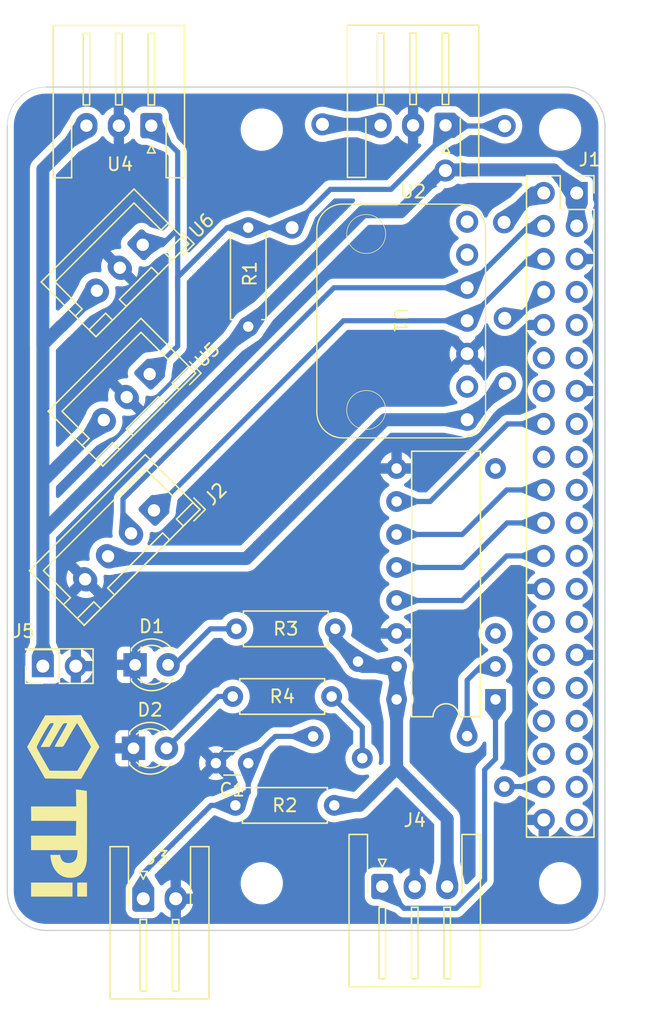
<source format=kicad_pcb>
(kicad_pcb (version 20240108) (generator "pcbnew") (generator_version "8.0")
  (layers (0 "F.Cu" signal) (31 "B.Cu" signal) (34 "B.Paste" user) (35 "F.Paste" user) (36 "B.SilkS" user "B.Silkscreen") (37 "F.SilkS" user "F.Silkscreen") (38 "B.Mask" user) (39 "F.Mask" user) (44 "Edge.Cuts" user))
  (net 0 "")
  (net 1 "+3.3V")
  (net 5 "+5V")
  (net 6 "GND")
  (net 7 "SCL")
  (net 8 "SDA")
  (net 9 "DQ")
  (net 12 "ADC1")
  (net 15 "~{CS}")
  (net 16 "MOSI")
  (net 20 "SCLK")
  (net 36 "MISO")
  (net 37 "ADC0")
  (net 40 "Net-(D1-A)")
  (net 41 "Net-(D2-A)")
  (net 42 "Server")
  (footprint "Connector_JST:JST_XH_B4B-XH-A_1x04_P2.50mm_Vertical" (layer "F.Cu") (at 155.8284 82.1404 -135)
    (property "Reference" "J2" (at -4.256641 -2.46059 45) (layer "F.SilkS"))
    (property "Value" "BME280")
    (pad "1" thru_hole roundrect (at 0 0 225) (size 1.7 1.95) (drill 0.95) (layers "*.Cu" "*.Mask") (roundrect_rratio 0.147059) (net 7 "SCL"))
    (pad "2" thru_hole oval (at 2.5 0 225) (size 1.7 1.95) (drill 0.95) (layers "*.Cu" "*.Mask") (net 8 "SDA"))
    (pad "3" thru_hole oval (at 5 0 225) (size 1.7 1.95) (drill 0.95) (layers "*.Cu" "*.Mask") (net 1 "+3.3V"))
    (pad "4" thru_hole oval (at 7.5 0 225) (size 1.7 1.95) (drill 0.95) (layers "*.Cu" "*.Mask") (net 6 "GND"))
  )
  (footprint "" (layer "F.Cu") (at 168.0966 99.5394)
    (property "Reference" "" (at 0 0 0) (layer "F.SilkS") (effects (font (size 1.27 1.27))))
    (property "Value" "")
    (pad "2" thru_hole oval (at 0 0 180) (size 1.6 1.6) (drill 0.8) (layers "*.Cu" "*.Mask") (net 12 "ADC1"))
  )
  (footprint "" (layer "F.Cu") (at 179.9584 99.514)
    (property "Reference" "" (at 0 0 0) (layer "F.SilkS") (effects (font (size 1.27 1.27))))
    (property "Value" "")
    (pad "2" thru_hole oval (at 0 0 180) (size 1.6 1.6) (drill 0.8) (layers "*.Cu" "*.Mask") (net 12 "ADC1"))
  )
  (footprint "Resistor_THT:R_Axial_DIN0207_L6.3mm_D2.5mm_P7.62mm_Horizontal" (layer "F.Cu") (at 169.7222 104.848 180)
    (property "Reference" "R2" (at 3.81 0 360) (layer "F.SilkS"))
    (property "Value" "10k")
    (pad "1" thru_hole circle (at 0 0 180) (size 1.6 1.6) (drill 0.8) (layers "*.Cu" "*.Mask") (net 5 "+5V"))
    (pad "2" thru_hole oval (at 7.62 0 180) (size 1.6 1.6) (drill 0.8) (layers "*.Cu" "*.Mask") (net 12 "ADC1"))
  )
  (footprint "Resistor_THT:R_Axial_DIN0207_L6.3mm_D2.5mm_P7.62mm_Horizontal" (layer "F.Cu") (at 169.519 96.466 180)
    (property "Reference" "R4" (at 3.81 0 360) (layer "F.SilkS"))
    (property "Value" "2.2K")
    (pad "1" thru_hole circle (at 0 0 180) (size 1.6 1.6) (drill 0.8) (layers "*.Cu" "*.Mask") (net 42 "Server"))
    (pad "2" thru_hole oval (at 7.62 0 180) (size 1.6 1.6) (drill 0.8) (layers "*.Cu" "*.Mask") (net 41 "Net-(D2-A)"))
  )
  (footprint "" (layer "F.Cu") (at 182.8286 103.4002)
    (property "Reference" "" (at 0 0 0) (layer "F.SilkS") (effects (font (size 1.27 1.27))))
    (property "Value" "")
    (pad "1" thru_hole circle (at 0 0 180) (size 1.6 1.6) (drill 0.8) (layers "*.Cu" "*.Mask") (net 42 "Server"))
  )
  (footprint "Connector_JST:JST_XH_S3B-XH-A-1_1x03_P2.50mm_Horizontal" (layer "F.Cu") (at 178.2928 52.4986 180)
    (property "Reference" "U2" (at 2.5 -5.1 360) (layer "F.SilkS"))
    (property "Value" "DS18B20_2")
    (pad "1" thru_hole roundrect (at 0 0 180) (size 1.7 1.95) (drill 0.95) (layers "*.Cu" "*.Mask") (roundrect_rratio 0.147059) (net 9 "DQ"))
    (pad "2" thru_hole oval (at 2.5 0 180) (size 1.7 1.95) (drill 0.95) (layers "*.Cu" "*.Mask") (net 6 "GND"))
    (pad "3" thru_hole oval (at 5 0 180) (size 1.7 1.95) (drill 0.95) (layers "*.Cu" "*.Mask") (net 5 "+5V"))
  )
  (footprint "LED_THT:LED_D3.0mm" (layer "F.Cu") (at 154.3806 94.0276)
    (property "Reference" "D1" (at 1.27 -2.96 0) (layer "F.SilkS"))
    (property "Value" "LED")
    (pad "1" thru_hole rect (at 0 0) (size 1.8 1.8) (drill 0.9) (layers "*.Cu" "*.Mask") (net 6 "GND"))
    (pad "2" thru_hole circle (at 2.54 0) (size 1.8 1.8) (drill 0.9) (layers "*.Cu" "*.Mask") (net 40 "Net-(D1-A)"))
  )
  (footprint "Connector_PinHeader_2.54mm:PinHeader_2x20_P2.54mm_Vertical" (layer "F.Cu") (at 185.8012 57.7056)
    (property "Reference" "J1" (at 3.6068 -2.5654 0) (layer "F.SilkS"))
    (property "Value" "Raspberry pi zero w")
    (pad "1" thru_hole oval (at 0.06 0) (size 1.7 1.7) (drill 1) (layers "*.Cu" "*.Mask") (net 1 "+3.3V"))
    (pad "2" thru_hole rect (at 2.6 0) (size 1.7 1.7) (drill 1) (layers "*.Cu" "*.Mask") (net 5 "+5V"))
    (pad "3" thru_hole oval (at 0.06 2.54) (size 1.7 1.7) (drill 1) (layers "*.Cu" "*.Mask") (net 8 "SDA"))
    (pad "4" thru_hole oval (at 2.6 2.54) (size 1.7 1.7) (drill 1) (layers "*.Cu" "*.Mask") (net 5 "+5V"))
    (pad "5" thru_hole oval (at 0.06 5.08) (size 1.7 1.7) (drill 1) (layers "*.Cu" "*.Mask") (net 7 "SCL"))
    (pad "6" thru_hole oval (at 2.6 5.08) (size 1.7 1.7) (drill 1) (layers "*.Cu" "*.Mask") (net 6 "GND"))
    (pad "7" thru_hole oval (at 0.06 7.62) (size 1.7 1.7) (drill 1) (layers "*.Cu" "*.Mask") (net 9 "DQ"))
    (pad "8" thru_hole oval (at 2.6 7.62) (size 1.7 1.7) (drill 1) (layers "*.Cu" "*.Mask"))
    (pad "9" thru_hole oval (at 0.06 10.16) (size 1.7 1.7) (drill 1) (layers "*.Cu" "*.Mask") (net 6 "GND"))
    (pad "10" thru_hole oval (at 2.6 10.16) (size 1.7 1.7) (drill 1) (layers "*.Cu" "*.Mask"))
    (pad "11" thru_hole oval (at 0.06 12.7) (size 1.7 1.7) (drill 1) (layers "*.Cu" "*.Mask"))
    (pad "12" thru_hole oval (at 2.6 12.7) (size 1.7 1.7) (drill 1) (layers "*.Cu" "*.Mask"))
    (pad "13" thru_hole oval (at 0.06 15.24) (size 1.7 1.7) (drill 1) (layers "*.Cu" "*.Mask"))
    (pad "14" thru_hole oval (at 2.6 15.24) (size 1.7 1.7) (drill 1) (layers "*.Cu" "*.Mask") (net 6 "GND"))
    (pad "15" thru_hole oval (at 0.06 17.78) (size 1.7 1.7) (drill 1) (layers "*.Cu" "*.Mask") (net 15 "~{CS}"))
    (pad "16" thru_hole oval (at 2.6 17.78) (size 1.7 1.7) (drill 1) (layers "*.Cu" "*.Mask"))
    (pad "17" thru_hole oval (at 0.06 20.32) (size 1.7 1.7) (drill 1) (layers "*.Cu" "*.Mask") (net 1 "+3.3V"))
    (pad "18" thru_hole oval (at 2.6 20.32) (size 1.7 1.7) (drill 1) (layers "*.Cu" "*.Mask"))
    (pad "19" thru_hole oval (at 0.06 22.86) (size 1.7 1.7) (drill 1) (layers "*.Cu" "*.Mask") (net 16 "MOSI"))
    (pad "20" thru_hole oval (at 2.6 22.86) (size 1.7 1.7) (drill 1) (layers "*.Cu" "*.Mask"))
    (pad "21" thru_hole oval (at 0.06 25.4) (size 1.7 1.7) (drill 1) (layers "*.Cu" "*.Mask") (net 36 "MISO"))
    (pad "22" thru_hole oval (at 2.6 25.4) (size 1.7 1.7) (drill 1) (layers "*.Cu" "*.Mask"))
    (pad "23" thru_hole oval (at 0.06 27.94) (size 1.7 1.7) (drill 1) (layers "*.Cu" "*.Mask") (net 20 "SCLK"))
    (pad "24" thru_hole oval (at 2.6 27.94) (size 1.7 1.7) (drill 1) (layers "*.Cu" "*.Mask"))
    (pad "25" thru_hole oval (at 0.06 30.48) (size 1.7 1.7) (drill 1) (layers "*.Cu" "*.Mask") (net 6 "GND"))
    (pad "26" thru_hole oval (at 2.6 30.48) (size 1.7 1.7) (drill 1) (layers "*.Cu" "*.Mask"))
    (pad "27" thru_hole oval (at 0.06 33.02) (size 1.7 1.7) (drill 1) (layers "*.Cu" "*.Mask"))
    (pad "28" thru_hole oval (at 2.6 33.02) (size 1.7 1.7) (drill 1) (layers "*.Cu" "*.Mask"))
    (pad "29" thru_hole oval (at 0.06 35.56) (size 1.7 1.7) (drill 1) (layers "*.Cu" "*.Mask"))
    (pad "30" thru_hole oval (at 2.6 35.56) (size 1.7 1.7) (drill 1) (layers "*.Cu" "*.Mask") (net 6 "GND"))
    (pad "31" thru_hole oval (at 0.06 38.1) (size 1.7 1.7) (drill 1) (layers "*.Cu" "*.Mask"))
    (pad "32" thru_hole oval (at 2.6 38.1) (size 1.7 1.7) (drill 1) (layers "*.Cu" "*.Mask"))
    (pad "33" thru_hole oval (at 0.06 40.64) (size 1.7 1.7) (drill 1) (layers "*.Cu" "*.Mask"))
    (pad "34" thru_hole oval (at 2.6 40.64) (size 1.7 1.7) (drill 1) (layers "*.Cu" "*.Mask"))
    (pad "35" thru_hole oval (at 0.06 43.18) (size 1.7 1.7) (drill 1) (layers "*.Cu" "*.Mask"))
    (pad "36" thru_hole oval (at 2.6 43.18) (size 1.7 1.7) (drill 1) (layers "*.Cu" "*.Mask"))
    (pad "37" thru_hole oval (at 0.06 45.72) (size 1.7 1.7) (drill 1) (layers "*.Cu" "*.Mask") (net 42 "Server"))
    (pad "38" thru_hole oval (at 2.6 45.72) (size 1.7 1.7) (drill 1) (layers "*.Cu" "*.Mask"))
    (pad "39" thru_hole oval (at 0.06 48.26) (size 1.7 1.7) (drill 1) (layers "*.Cu" "*.Mask") (net 6 "GND"))
    (pad "40" thru_hole oval (at 2.6 48.26) (size 1.7 1.7) (drill 1) (layers "*.Cu" "*.Mask"))
  )
  (footprint "" (layer "F.Cu") (at 182.8032 59.9662)
    (property "Reference" "" (at 0 0 0) (layer "F.SilkS") (effects (font (size 1.27 1.27))))
    (property "Value" "")
    (pad "1" thru_hole oval (at 0 0) (size 1.7 1.7) (drill 1) (layers "*.Cu" "*.Mask") (net 1 "+3.3V"))
  )
  (footprint "" (layer "F.Cu") (at 166.471 60.3726)
    (property "Reference" "" (at 0 0 0) (layer "F.SilkS") (effects (font (size 1.27 1.27))))
    (property "Value" "")
    (pad "7" thru_hole oval (at 0 0) (size 1.7 1.7) (drill 1) (layers "*.Cu" "*.Mask") (net 9 "DQ"))
  )
  (footprint "Custom:Walle" (layer "F.Cu") (at 148.830711 100.386956 -90)
    (property "Reference" "G***" (hide yes))
    (property "Value" "LOGO" (hide yes))
  )
  (footprint "Connector_JST:JST_XH_B3B-XH-A_1x03_P2.50mm_Vertical" (layer "F.Cu") (at 155.4982 71.6502 -135)
    (property "Reference" "U5" (at -4.184799 -2.10138 45) (layer "F.SilkS"))
    (property "Value" "DS18B20_2")
    (pad "1" thru_hole roundrect (at 0 0 225) (size 1.7 1.95) (drill 0.95) (layers "*.Cu" "*.Mask") (roundrect_rratio 0.147059) (net 9 "DQ"))
    (pad "2" thru_hole oval (at 2.5 0 225) (size 1.7 1.95) (drill 0.95) (layers "*.Cu" "*.Mask") (net 6 "GND"))
    (pad "3" thru_hole oval (at 5 0 225) (size 1.7 1.95) (drill 0.95) (layers "*.Cu" "*.Mask") (net 5 "+5V"))
  )
  (footprint "" (layer "F.Cu") (at 182.854 67.3576)
    (property "Reference" "" (at 0 0 0) (layer "F.SilkS") (effects (font (size 1.27 1.27))))
    (property "Value" "")
    (pad "7" thru_hole oval (at 0 0) (size 1.7 1.7) (drill 1) (layers "*.Cu" "*.Mask") (net 9 "DQ"))
  )
  (footprint "" (layer "F.Cu") (at 182.854 52.5494)
    (property "Reference" "" (at 0 0 0) (layer "F.SilkS") (effects (font (size 1.27 1.27))))
    (property "Value" "")
    (pad "7" thru_hole oval (at 0 0) (size 1.7 1.7) (drill 1) (layers "*.Cu" "*.Mask") (net 9 "DQ"))
  )
  (footprint "Connector_JST:JST_XH_B3B-XH-A_1x03_P2.50mm_Vertical" (layer "F.Cu") (at 154.9648 61.6934 -135)
    (property "Reference" "U6" (at -4.256641 -2.173222 45) (layer "F.SilkS"))
    (property "Value" "DS18B20_2")
    (pad "1" thru_hole roundrect (at 0 0 225) (size 1.7 1.95) (drill 0.95) (layers "*.Cu" "*.Mask") (roundrect_rratio 0.147059) (net 9 "DQ"))
    (pad "2" thru_hole oval (at 2.5 0 225) (size 1.7 1.95) (drill 0.95) (layers "*.Cu" "*.Mask") (net 6 "GND"))
    (pad "3" thru_hole oval (at 5 0 225) (size 1.7 1.95) (drill 0.95) (layers "*.Cu" "*.Mask") (net 5 "+5V"))
  )
  (footprint "Custom:BMI160" (layer "F.Cu") (at 174.8784 67.5608 -90)
    (property "Reference" "U1" (at -0.0508 0.0508 -90) (layer "F.SilkS") (effects (font (thickness 0.1))))
    (property "Value" "BMI160")
    (pad "1" thru_hole circle (at 7.6 -5.08 270) (size 1.7 1.7) (drill 1) (layers "*.Cu" "*.Mask") (net 1 "+3.3V"))
    (pad "2" thru_hole circle (at 5.06 -5.08 270) (size 1.7 1.7) (drill 1) (layers "*.Cu" "*.Mask"))
    (pad "3" thru_hole circle (at 2.52 -5.08 270) (size 1.7 1.7) (drill 1) (layers "*.Cu" "*.Mask") (net 6 "GND"))
    (pad "4" thru_hole circle (at -0.02 -5.08 270) (size 1.7 1.7) (drill 1) (layers "*.Cu" "*.Mask") (net 7 "SCL"))
    (pad "5" thru_hole circle (at -2.56 -5.08 270) (size 1.7 1.7) (drill 1) (layers "*.Cu" "*.Mask") (net 8 "SDA"))
    (pad "6" thru_hole circle (at -5.1 -5.08 270) (size 1.7 1.7) (drill 1) (layers "*.Cu" "*.Mask"))
    (pad "7" thru_hole circle (at -7.64 -5.08 270) (size 1.7 1.7) (drill 1) (layers "*.Cu" "*.Mask"))
  )
  (footprint "Connector_JST:JST_XH_S3B-XH-A-1_1x03_P2.50mm_Horizontal" (layer "F.Cu") (at 155.6252 52.524 180)
    (property "Reference" "U4" (at 2.413 -2.9718 360) (layer "F.SilkS"))
    (property "Value" "DS18B20_2")
    (pad "1" thru_hole roundrect (at 0 0 180) (size 1.7 1.95) (drill 0.95) (layers "*.Cu" "*.Mask") (roundrect_rratio 0.147059) (net 9 "DQ"))
    (pad "2" thru_hole oval (at 2.5 0 180) (size 1.7 1.95) (drill 0.95) (layers "*.Cu" "*.Mask") (net 6 "GND"))
    (pad "3" thru_hole oval (at 5 0 180) (size 1.7 1.95) (drill 0.95) (layers "*.Cu" "*.Mask") (net 5 "+5V"))
  )
  (footprint "Connector_JST:JST_XH_S2B-XH-A-1_1x02_P2.50mm_Horizontal" (layer "F.Cu") (at 155.0048 112.0362)
    (property "Reference" "J3" (at 1.1176 -3.1496 0) (layer "F.SilkS"))
    (property "Value" "SIG2991")
    (pad "1" thru_hole roundrect (at 0 0) (size 1.7 2) (drill 1) (layers "*.Cu" "*.Mask") (roundrect_rratio 0.147059) (net 12 "ADC1"))
    (pad "2" thru_hole oval (at 2.5 0) (size 1.7 2) (drill 1) (layers "*.Cu" "*.Mask") (net 6 "GND"))
  )
  (footprint "" (layer "F.Cu") (at 178.282 55.9784)
    (property "Reference" "" (at 0 0 0) (layer "F.SilkS") (effects (font (size 1.27 1.27))))
    (property "Value" "")
    (pad "1" thru_hole circle (at 0 0 270) (size 1.7 1.7) (drill 1) (layers "*.Cu" "*.Mask"))
  )
  (footprint "Package_DIP:DIP-16_W7.62mm" (layer "F.Cu") (at 182.1428 96.6946 180)
    (property "Reference" "U3" (hide yes))
    (property "Value" "MCP3008")
    (pad "1" thru_hole rect (at 0 0 180) (size 1.6 1.6) (drill 0.8) (layers "*.Cu" "*.Mask") (net 37 "ADC0"))
    (pad "2" thru_hole oval (at 0 2.54 180) (size 1.6 1.6) (drill 0.8) (layers "*.Cu" "*.Mask") (net 12 "ADC1"))
    (pad "3" thru_hole oval (at 0 5.08 180) (size 1.6 1.6) (drill 0.8) (layers "*.Cu" "*.Mask"))
    (pad "8" thru_hole oval (at 0 17.78 180) (size 1.6 1.6) (drill 0.8) (layers "*.Cu" "*.Mask"))
    (pad "9" thru_hole oval (at 7.62 17.78 180) (size 1.6 1.6) (drill 0.8) (layers "*.Cu" "*.Mask") (net 6 "GND"))
    (pad "10" thru_hole oval (at 7.62 15.24 180) (size 1.6 1.6) (drill 0.8) (layers "*.Cu" "*.Mask") (net 15 "~{CS}"))
    (pad "11" thru_hole oval (at 7.62 12.7 180) (size 1.6 1.6) (drill 0.8) (layers "*.Cu" "*.Mask") (net 16 "MOSI"))
    (pad "12" thru_hole oval (at 7.62 10.16 180) (size 1.6 1.6) (drill 0.8) (layers "*.Cu" "*.Mask") (net 36 "MISO"))
    (pad "13" thru_hole oval (at 7.62 7.62 180) (size 1.6 1.6) (drill 0.8) (layers "*.Cu" "*.Mask") (net 20 "SCLK"))
    (pad "14" thru_hole oval (at 7.62 5.08 180) (size 1.6 1.6) (drill 0.8) (layers "*.Cu" "*.Mask") (net 6 "GND"))
    (pad "15" thru_hole oval (at 7.62 2.54 180) (size 1.6 1.6) (drill 0.8) (layers "*.Cu" "*.Mask") (net 5 "+5V"))
    (pad "16" thru_hole oval (at 7.62 0 180) (size 1.6 1.6) (drill 0.8) (layers "*.Cu" "*.Mask") (net 5 "+5V"))
  )
  (footprint "Capacitor_THT:C_Disc_D3.0mm_W1.6mm_P2.50mm" (layer "F.Cu") (at 163.0982 101.5968 180)
    (property "Reference" "C1" (at 1.25 -2.05 360) (layer "F.SilkS"))
    (property "Value" "100n")
    (pad "1" thru_hole circle (at 0 0 180) (size 1.6 1.6) (drill 0.8) (layers "*.Cu" "*.Mask") (net 12 "ADC1"))
    (pad "2" thru_hole circle (at 2.5 0 180) (size 1.6 1.6) (drill 0.8) (layers "*.Cu" "*.Mask") (net 6 "GND"))
  )
  (footprint "Resistor_THT:R_Axial_DIN0207_L6.3mm_D2.5mm_P7.62mm_Horizontal" (layer "F.Cu") (at 169.7984 91.259 180)
    (property "Reference" "R3" (at 3.81 0 360) (layer "F.SilkS"))
    (property "Value" "2.2K")
    (pad "1" thru_hole circle (at 0 0 180) (size 1.6 1.6) (drill 0.8) (layers "*.Cu" "*.Mask") (net 5 "+5V"))
    (pad "2" thru_hole oval (at 7.62 0 180) (size 1.6 1.6) (drill 0.8) (layers "*.Cu" "*.Mask") (net 40 "Net-(D1-A)"))
  )
  (footprint "Connector_PinSocket_2.54mm:PinSocket_2x01_P2.54mm_Vertical" (layer "F.Cu") (at 147.2686 94.1292 180)
    (property "Reference" "J5" (at 1.4986 2.6924 180) (layer "F.SilkS"))
    (property "Value" "Buck")
    (pad "1" thru_hole rect (at 0 0 180) (size 1.7 1.7) (drill 1) (layers "*.Cu" "*.Mask") (net 5 "+5V"))
    (pad "2" thru_hole oval (at -2.54 0 180) (size 1.7 1.7) (drill 1) (layers "*.Cu" "*.Mask") (net 6 "GND"))
  )
  (footprint "" (layer "F.Cu") (at 168.8078 52.4224)
    (property "Reference" "" (at 0 0 0) (layer "F.SilkS") (effects (font (size 1.27 1.27))))
    (property "Value" "")
    (pad "1" thru_hole circle (at 0 0 270) (size 1.7 1.7) (drill 1) (layers "*.Cu" "*.Mask") (net 5 "+5V"))
  )
  (footprint "" (layer "F.Cu") (at 171.551 93.7736)
    (property "Reference" "" (at 0 0 0) (layer "F.SilkS") (effects (font (size 1.27 1.27))))
    (property "Value" "")
    (pad "16" thru_hole oval (at 0 0 180) (size 1.6 1.6) (drill 0.8) (layers "*.Cu" "*.Mask") (net 5 "+5V"))
  )
  (footprint "Connector_JST:JST_XH_S3B-XH-A-1_1x03_P2.50mm_Horizontal" (layer "F.Cu") (at 173.4198 111.0964)
    (property "Reference" "J4" (at 2.5 -5.1 0) (layer "F.SilkS"))
    (property "Value" "MQ135")
    (pad "1" thru_hole roundrect (at 0 0) (size 1.7 1.95) (drill 0.95) (layers "*.Cu" "*.Mask") (roundrect_rratio 0.147059) (net 37 "ADC0"))
    (pad "2" thru_hole oval (at 2.5 0) (size 1.7 1.95) (drill 0.95) (layers "*.Cu" "*.Mask") (net 6 "GND"))
    (pad "3" thru_hole oval (at 5 0) (size 1.7 1.95) (drill 0.95) (layers "*.Cu" "*.Mask") (net 5 "+5V"))
  )
  (footprint "" (layer "F.Cu") (at 171.8812 101.2158)
    (property "Reference" "" (at 0 0 0) (layer "F.SilkS") (effects (font (size 1.27 1.27))))
    (property "Value" "")
    (pad "1" thru_hole circle (at 0 0 180) (size 1.6 1.6) (drill 0.8) (layers "*.Cu" "*.Mask") (net 42 "Server"))
  )
  (footprint "Custom:Logo_TPI" (layer "F.Cu") (at 148.300818 108.420933 -90)
    (property "Reference" "G***" (hide yes))
    (property "Value" "LOGO" (hide yes))
  )
  (footprint "" (layer "F.Cu") (at 182.8794 72.3614)
    (property "Reference" "" (at 0 0 0) (layer "F.SilkS") (effects (font (size 1.27 1.27))))
    (property "Value" "")
    (pad "1" thru_hole oval (at 0 0) (size 1.7 1.7) (drill 1) (layers "*.Cu" "*.Mask") (net 1 "+3.3V"))
  )
  (footprint "Resistor_THT:R_Axial_DIN0207_L6.3mm_D2.5mm_P7.62mm_Horizontal" (layer "F.Cu") (at 163.0928 67.9926 90)
    (property "Reference" "R1" (at 4.064 0.127 90) (layer "F.SilkS"))
    (property "Value" "4.7k")
    (pad "1" thru_hole circle (at 0 0 90) (size 1.6 1.6) (drill 0.8) (layers "*.Cu" "*.Mask") (net 5 "+5V"))
    (pad "2" thru_hole oval (at 7.62 0 90) (size 1.6 1.6) (drill 0.8) (layers "*.Cu" "*.Mask") (net 9 "DQ"))
  )
  (footprint "LED_THT:LED_D3.0mm" (layer "F.Cu") (at 154.2536 100.4538)
    (property "Reference" "D2" (at 1.27 -2.96 0) (layer "F.SilkS"))
    (property "Value" "LED")
    (pad "1" thru_hole rect (at 0 0) (size 1.8 1.8) (drill 0.9) (layers "*.Cu" "*.Mask") (net 6 "GND"))
    (pad "2" thru_hole circle (at 2.54 0) (size 1.8 1.8) (drill 0.9) (layers "*.Cu" "*.Mask") (net 41 "Net-(D2-A)"))
  )
  (footprint "" (layer "B.Cu") (at 187.1216 110.8424 180)
    (property "Reference" "" (at 0 0 0) (layer "B.SilkS") (effects (font (size 1.27 1.27)) (justify mirror)))
    (property "Value" "")
    (pad "" np_thru_hole circle (at 0 0 90) (size 2.75 2.75) (drill 2.75) (layers "*.Cu" "*.Mask"))
  )
  (footprint "" (layer "B.Cu") (at 164.1346 110.8424 180)
    (property "Reference" "" (at 0 0 0) (layer "B.SilkS") (effects (font (size 1.27 1.27)) (justify mirror)))
    (property "Value" "")
    (pad "" np_thru_hole circle (at 0 0 90) (size 2.75 2.75) (drill 2.75) (layers "*.Cu" "*.Mask"))
  )
  (footprint "" (layer "B.Cu") (at 187.1216 52.8288 180)
    (property "Reference" "" (at 0 0 0) (layer "B.SilkS") (effects (font (size 1.27 1.27)) (justify mirror)))
    (property "Value" "")
    (pad "" np_thru_hole circle (at 0 0 90) (size 2.75 2.75) (drill 2.75) (layers "*.Cu" "*.Mask"))
  )
  (footprint "clipboard:d9ba8ef0-9d5a-486b-8c5f-abd89b3296b6" (layer "B.Cu") (at 160.3846 114.5788 180)
    (property "Reference" "" (at 0 0 0) (layer "B.SilkS") (effects (font (size 1.27 1.27)) (justify mirror)))
    (property "Value" "")
  )
  (footprint "" (layer "B.Cu") (at 164.1346 52.8288 180)
    (property "Reference" "" (at 0 0 0) (layer "B.SilkS") (effects (font (size 1.27 1.27)) (justify mirror)))
    (property "Value" "")
    (pad "" np_thru_hole circle (at 0 0 90) (size 2.75 2.75) (drill 2.75) (layers "*.Cu" "*.Mask"))
  )
  (gr_arc (start 144.5254 52.5522) (mid 145.40408 50.43088) (end 147.5254 49.5522) (stroke (width 0.05)) (layer "Edge.Cuts"))
  (gr_arc (start 187.5756 49.5522) (mid 189.69692 50.43088) (end 190.5756 52.5522) (stroke (width 0.1)) (layer "Edge.Cuts"))
  (gr_line (start 187.5756 114.4746) (end 147.5254 114.4746) (stroke (width 0.1)) (layer "Edge.Cuts"))
  (gr_line (start 147.5254 49.5522) (end 187.5756 49.5522) (stroke (width 0.1)) (layer "Edge.Cuts"))
  (gr_arc (start 190.5756 111.4746) (mid 189.69692 113.59592) (end 187.5756 114.4746) (stroke (width 0.1)) (layer "Edge.Cuts"))
  (gr_line (start 144.5254 111.4746) (end 144.5254 52.5522) (stroke (width 0.1)) (layer "Edge.Cuts"))
  (gr_line (start 190.5756 52.5522) (end 190.5756 111.4746) (stroke (width 0.1)) (layer "Edge.Cuts"))
  (gr_arc (start 147.5254 114.4746) (mid 145.40408 113.59592) (end 144.5254 111.4746) (stroke (width 0.1)) (layer "Edge.Cuts"))
  (segment (start 179.9584 75.1608) (end 180.08 75.1608) (width 1) (layer "B.Cu") (net 1))
  (segment (start 182.8032 59.9662) (end 185.0638 57.7056) (width 1) (layer "B.Cu") (net 1))
  (segment (start 162.942645 85.846555) (end 173.6284 75.1608) (width 1) (layer "B.Cu") (net 1))
  (segment (start 180.08 75.1608) (end 182.8794 72.3614) (width 1) (layer "B.Cu") (net 1))
  (segment (start 152.292866 85.675934) (end 152.463487 85.846555) (width 1) (layer "B.Cu") (net 1))
  (segment (start 173.6284 75.1608) (end 179.9584 75.1608) (width 1) (layer "B.Cu") (net 1))
  (segment (start 152.463487 85.846555) (end 162.942645 85.846555) (width 1) (layer "B.Cu") (net 1))
  (segment (start 185.0638 57.7056) (end 185.8612 57.7056) (width 1) (layer "B.Cu") (net 1))
  (segment (start 169.7984 91.259) (end 169.7984 92.021) (width 1) (layer "B.Cu") (net 5))
  (segment (start 174.5228 96.6946) (end 174.5228 101.9778) (width 1) (layer "B.Cu") (net 5))
  (segment (start 169.7984 92.021) (end 171.551 93.7736) (width 1) (layer "B.Cu") (net 5))
  (segment (start 174.5228 94.1546) (end 171.932 94.1546) (width 1) (layer "B.Cu") (net 5))
  (segment (start 151.429266 65.228934) (end 148.691 67.9672) (width 1) (layer "B.Cu") (net 5))
  (segment (start 174.826496 59.154504) (end 178.0534 55.9276) (width 1) (layer "B.Cu") (net 5))
  (segment (start 147.274 79.8744) (end 151.962666 75.185734) (width 1) (layer "B.Cu") (net 5))
  (segment (start 147.274 69.3588) (end 147.2686 69.3534) (width 1) (layer "B.Cu") (net 5))
  (segment (start 186.6232 55.9276) (end 188.4012 57.7056) (width 1) (layer "B.Cu") (net 5))
  (segment (start 173.2166 52.4224) (end 173.2928 52.4986) (width 1) (layer "B.Cu") (net 5))
  (segment (start 178.0534 55.9276) (end 186.6232 55.9276) (width 1) (layer "B.Cu") (net 5))
  (segment (start 163.0928 67.9926) (end 171.930896 59.154504) (width 1) (layer "B.Cu") (net 5))
  (segment (start 147.2686 55.8806) (end 150.6252 52.524) (width 1) (layer "B.Cu") (net 5))
  (segment (start 168.8078 52.4224) (end 173.2166 52.4224) (width 1) (layer "B.Cu") (net 5))
  (segment (start 171.6526 104.848) (end 169.7222 104.848) (width 1) (layer "B.Cu") (net 5))
  (segment (start 188.4012 60.2456) (end 188.4012 57.7056) (width 1) (layer "B.Cu") (net 5))
  (segment (start 163.0928 67.9926) (end 147.274 83.8114) (width 1) (layer "B.Cu") (net 5))
  (segment (start 174.5228 96.6946) (end 174.5228 94.1546) (width 1) (layer "B.Cu") (net 5))
  (segment (start 148.691 67.9672) (end 148.6656 67.9672) (width 1) (layer "B.Cu") (net 5))
  (segment (start 171.930896 59.154504) (end 174.826496 59.154504) (width 1) (layer "B.Cu") (net 5))
  (segment (start 148.6656 67.9672) (end 147.274 69.3588) (width 1) (layer "B.Cu") (net 5))
  (segment (start 147.274 83.8114) (end 147.274 83.9184) (width 1) (layer "B.Cu") (net 5))
  (segment (start 147.274 94.1238) (end 147.274 83.9184) (width 1) (layer "B.Cu") (net 5))
  (segment (start 147.2686 94.1292) (end 147.274 94.1238) (width 1) (layer "B.Cu") (net 5))
  (segment (start 147.274 83.9184) (end 147.274 79.8744) (width 1) (layer "B.Cu") (net 5))
  (segment (start 171.932 94.1546) (end 171.551 93.7736) (width 1) (layer "B.Cu") (net 5))
  (segment (start 174.5228 101.9778) (end 171.6526 104.848) (width 1) (layer "B.Cu") (net 5))
  (segment (start 147.2686 69.3534) (end 147.2686 55.8806) (width 1) (layer "B.Cu") (net 5))
  (segment (start 147.274 69.3588) (end 147.274 79.8744) (width 1) (layer "B.Cu") (net 5))
  (segment (start 178.4198 111.0964) (end 178.4198 105.8748) (width 1) (layer "B.Cu") (net 5))
  (segment (start 178.4198 105.8748) (end 174.5228 101.9778) (width 1) (layer "B.Cu") (net 5))
  (segment (start 179.9584 67.5408) (end 184.7136 62.7856) (width 0.4) (layer "B.Cu") (net 7))
  (segment (start 184.7136 62.7856) (end 185.8612 62.7856) (width 0.4) (layer "B.Cu") (net 7))
  (segment (start 179.9584 67.5408) (end 170.428 67.5408) (width 0.4) (layer "B.Cu") (net 7))
  (segment (start 170.428 67.5408) (end 155.8284 82.1404) (width 0.4) (layer "B.Cu") (net 7))
  (segment (start 179.9584 65.0008) (end 184.7136 60.2456) (width 0.4) (layer "B.Cu") (net 8))
  (segment (start 153.4408 83.288334) (end 153.4408 81.2514) (width 0.4) (layer "B.Cu") (net 8))
  (segment (start 153.4408 81.2514) (end 169.6914 65.0008) (width 0.4) (layer "B.Cu") (net 8))
  (segment (start 184.7136 60.2456) (end 185.8612 60.2456) (width 0.4) (layer "B.Cu") (net 8))
  (segment (start 169.6914 65.0008) (end 179.9584 65.0008) (width 0.4) (layer "B.Cu") (net 8))
  (segment (start 154.060633 83.908167) (end 153.4408 83.288334) (width 0.4) (layer "B.Cu") (net 8))
  (segment (start 163.0928 60.3726) (end 161.4672 60.3726) (width 0.4) (layer "B.Cu") (net 9))
  (segment (start 156.4634 61.6934) (end 157.6572 60.4996) (width 0.4) (layer "B.Cu") (net 9))
  (segment (start 157.6572 64.9954) (end 157.6572 69.4912) (width 0.4) (layer "B.Cu") (net 9))
  (segment (start 157.6572 69.4912) (end 155.4982 71.6502) (width 0.4) (layer "B.Cu") (net 9))
  (segment (start 157.6572 54.556) (end 155.6252 52.524) (width 0.4) (layer "B.Cu") (net 9))
  (segment (start 157.6572 64.1826) (end 157.6572 64.9954) (width 0.4) (layer "B.Cu") (net 9))
  (segment (start 166.471 60.3726) (end 169.4174 57.4262) (width 0.4) (layer "B.Cu") (net 9))
  (segment (start 154.9648 61.6934) (end 156.4634 61.6934) (width 0.4) (layer "B.Cu") (net 9))
  (segment (start 178.3436 52.5494) (end 178.2928 52.4986) (width 0.4) (layer "B.Cu") (net 9))
  (segment (start 174.091 57.4262) (end 178.2928 53.2244) (width 0.4) (layer "B.Cu") (net 9))
  (segment (start 161.4672 60.3726) (end 157.6572 64.1826) (width 0.4) (layer "B.Cu") (net 9))
  (segment (start 163.0928 60.3726) (end 166.471 60.3726) (width 0.4) (layer "B.Cu") (net 9))
  (segment (start 182.854 67.3576) (end 183.8292 67.3576) (width 0.4) (layer "B.Cu") (net 9))
  (segment (start 169.4174 57.4262) (end 174.091 57.4262) (width 0.4) (layer "B.Cu") (net 9))
  (segment (start 157.6572 60.4996) (end 157.6572 54.556) (width 0.4) (layer "B.Cu") (net 9))
  (segment (start 157.6572 60.4996) (end 157.6572 64.9954) (width 0.4) (layer "B.Cu") (net 9))
  (segment (start 183.8292 67.3576) (end 185.8612 65.3256) (width 0.4) (layer "B.Cu") (net 9))
  (segment (start 178.2928 53.2244) (end 178.2928 52.4986) (width 0.4) (layer "B.Cu") (net 9))
  (segment (start 182.854 52.5494) (end 178.3436 52.5494) (width 0.4) (layer "B.Cu") (net 9))
  (segment (start 164.927 99.768) (end 164.947 99.768) (width 0.4) (layer "B.Cu") (net 12))
  (segment (start 163.0982 101.5968) (end 164.927 99.768) (width 0.4) (layer "B.Cu") (net 12))
  (segment (start 164.947 99.768) (end 165.1756 99.5394) (width 0.4) (layer "B.Cu") (net 12))
  (segment (start 181.01143 94.1546) (end 182.1428 94.1546) (width 0.4) (layer "B.Cu") (net 12))
  (segment (start 155.0048 112.0362) (end 155.0048 110.0658) (width 0.4) (layer "B.Cu") (net 12))
  (segment (start 179.9584 99.514) (end 179.9584 95.20763) (width 0.4) (layer "B.Cu") (net 12))
  (segment (start 162.1022 104.848) (end 163.0928 103.8574) (width 0.4) (layer "B.Cu") (net 12))
  (segment (start 179.9584 95.20763) (end 181.01143 94.1546) (width 0.4) (layer "B.Cu") (net 12))
  (segment (start 160.2226 104.848) (end 162.1022 104.848) (width 0.4) (layer "B.Cu") (net 12))
  (segment (start 163.0982 103.1408) (end 163.0982 101.5968) (width 0.4) (layer "B.Cu") (net 12))
  (segment (start 163.0928 103.1462) (end 163.0982 103.1408) (width 0.4) (layer "B.Cu") (net 12))
  (segment (start 155.0048 110.0658) (end 160.2226 104.848) (width 0.4) (layer "B.Cu") (net 12))
  (segment (start 165.1756 99.5394) (end 168.0966 99.5394) (width 0.4) (layer "B.Cu") (net 12))
  (segment (start 163.0928 103.8574) (end 163.0928 103.1462) (width 0.4) (layer "B.Cu") (net 12))
  (segment (start 183.0826 75.4856) (end 185.8612 75.4856) (width 0.4) (layer "B.Cu") (net 15))
  (segment (start 177.1136 81.4546) (end 183.0826 75.4856) (width 0.4) (layer "B.Cu") (net 15))
  (segment (start 174.5228 81.4546) (end 177.1136 81.4546) (width 0.4) (layer "B.Cu") (net 15))
  (segment (start 174.5228 83.9946) (end 179.5774 83.9946) (width 0.4) (layer "B.Cu") (net 16))
  (segment (start 179.5774 83.9946) (end 183.0064 80.5656) (width 0.4) (layer "B.Cu") (net 16))
  (segment (start 183.0064 80.5656) (end 185.8612 80.5656) (width 0.4) (layer "B.Cu") (net 16))
  (segment (start 174.5228 89.0746) (end 179.5774 89.0746) (width 0.4) (layer "B.Cu") (net 20))
  (segment (start 179.5774 89.0746) (end 183.0064 85.6456) (width 0.4) (layer "B.Cu") (net 20))
  (segment (start 183.0064 85.6456) (end 185.8612 85.6456) (width 0.4) (layer "B.Cu") (net 20))
  (segment (start 179.6028 86.5346) (end 183.0318 83.1056) (width 0.4) (layer "B.Cu") (net 36))
  (segment (start 183.0318 83.1056) (end 185.8612 83.1056) (width 0.4) (layer "B.Cu") (net 36))
  (segment (start 174.5228 86.5346) (end 179.6028 86.5346) (width 0.4) (layer "B.Cu") (net 36))
  (segment (start 179.1216 112.7714) (end 181.304877 110.588123) (width 0.4) (layer "B.Cu") (net 37))
  (segment (start 182.1428 101.2666) (end 182.1428 96.6946) (width 0.4) (layer "B.Cu") (net 37))
  (segment (start 181.304877 102.104523) (end 182.1428 101.2666) (width 0.4) (layer "B.Cu") (net 37))
  (segment (start 175.0948 112.7714) (end 179.1216 112.7714) (width 0.4) (layer "B.Cu") (net 37))
  (segment (start 181.304877 110.588123) (end 181.304877 102.104523) (width 0.4) (layer "B.Cu") (net 37))
  (segment (start 173.4198 111.0964) (end 175.0948 112.7714) (width 0.4) (layer "B.Cu") (net 37))
  (segment (start 156.9206 94.0276) (end 157.4032 94.0276) (width 0.4) (layer "B.Cu") (net 40))
  (segment (start 160.1718 91.259) (end 162.1784 91.259) (width 0.4) (layer "B.Cu") (net 40))
  (segment (start 157.4032 94.0276) (end 160.1718 91.259) (width 0.4) (layer "B.Cu") (net 40))
  (segment (start 156.7936 100.4538) (end 160.7814 96.466) (width 0.4) (layer "B.Cu") (net 41))
  (segment (start 160.7814 96.466) (end 161.899 96.466) (width 0.4) (layer "B.Cu") (net 41))
  (segment (start 182.8286 103.4002) (end 185.8358 103.4002) (width 0.4) (layer "B.Cu") (net 42))
  (segment (start 185.295754 103.4256) (end 185.8612 103.4256) (width 0.4) (layer "B.Cu") (net 42))
  (segment (start 171.8812 98.8282) (end 169.519 96.466) (width 0.4) (layer "B.Cu") (net 42))
  (segment (start 171.8812 101.2158) (end 171.8812 98.8282) (width 0.4) (layer "B.Cu") (net 42))
  (segment (start 185.8358 103.4002) (end 185.8612 103.4256) (width 0.4) (layer "B.Cu") (net 42))
  (zone (net 6) (net_name "GND") (layer "B.Cu") (connect_pads (clearance 0.5)) (min_thickness 0.3) (fill yes (thermal_gap 0.5) (thermal_bridge_width 0.8))
    (polygon (pts (xy 191.1886 49.1204) (xy 191.1886 114.9064) (xy 143.9666 114.9064) (xy 143.9666 49.1204)))
  )
)
</source>
